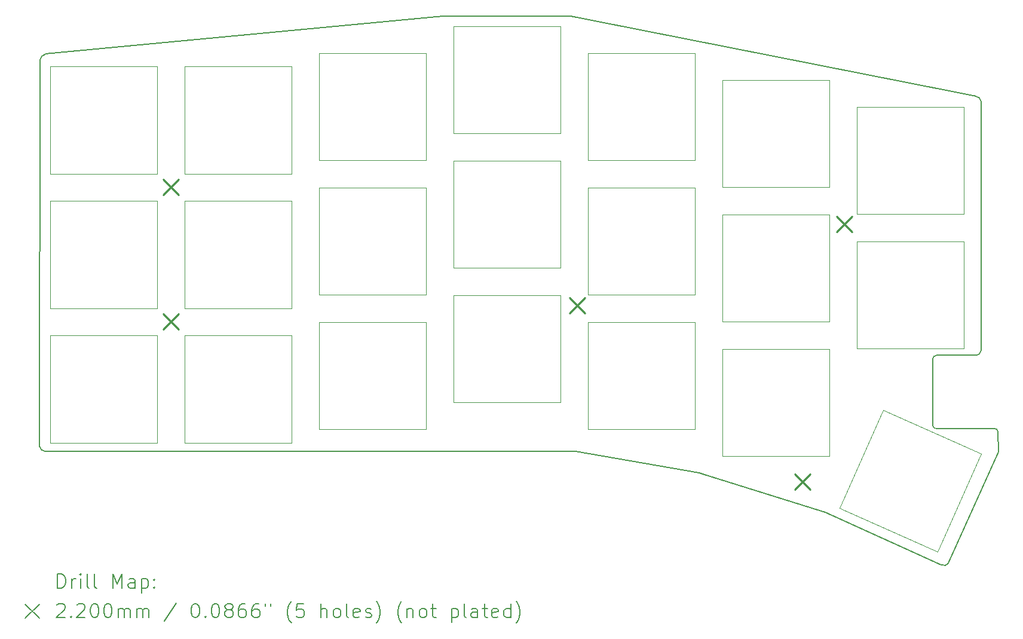
<source format=gbr>
%TF.GenerationSoftware,KiCad,Pcbnew,8.0.0*%
%TF.CreationDate,2024-03-14T17:28:00+09:00*%
%TF.ProjectId,Pinky3,50696e6b-7933-42e6-9b69-6361645f7063,0.3*%
%TF.SameCoordinates,Original*%
%TF.FileFunction,Drillmap*%
%TF.FilePolarity,Positive*%
%FSLAX45Y45*%
G04 Gerber Fmt 4.5, Leading zero omitted, Abs format (unit mm)*
G04 Created by KiCad (PCBNEW 8.0.0) date 2024-03-14 17:28:00*
%MOMM*%
%LPD*%
G01*
G04 APERTURE LIST*
%ADD10C,0.150000*%
%ADD11C,0.120000*%
%ADD12C,0.200000*%
%ADD13C,0.220000*%
G04 APERTURE END LIST*
D10*
X16745566Y-10292916D02*
G75*
G02*
X16806539Y-10237189I60974J-5495D01*
G01*
X17432164Y-10168047D02*
G75*
G02*
X17362164Y-10238044I-70004J7D01*
G01*
X16745566Y-10292916D02*
X16748447Y-11229394D01*
X4095353Y-11525636D02*
X4100000Y-6050000D01*
X13435630Y-11905621D02*
X13515630Y-11925621D01*
X17433201Y-6638736D02*
X17432164Y-10168047D01*
X17673201Y-11320941D02*
X17676238Y-11605465D01*
X13515630Y-11925621D02*
X15221595Y-12459117D01*
X11605353Y-11595636D02*
X11705353Y-11595636D01*
X11620000Y-5430000D02*
X17364032Y-6567720D01*
X16971237Y-13182846D02*
X17676238Y-11605465D01*
X16799797Y-10238179D02*
X17362164Y-10238047D01*
X17622454Y-11275160D02*
G75*
G02*
X17673203Y-11320941I4726J-45780D01*
G01*
X15221595Y-12459117D02*
X16871237Y-13202846D01*
X4165353Y-11595636D02*
G75*
G02*
X4095354Y-11525636I-3J69996D01*
G01*
X16802625Y-11274946D02*
X17624265Y-11274946D01*
X9810000Y-5430000D02*
X11620000Y-5430000D01*
X11605353Y-11595636D02*
X4165353Y-11595636D01*
X16971236Y-13182846D02*
G75*
G02*
X16871239Y-13202842I-59996J39996D01*
G01*
X16799193Y-11275174D02*
G75*
G02*
X16748443Y-11229394I-4723J45784D01*
G01*
X4180000Y-5970000D02*
X9810000Y-5430000D01*
X11685630Y-11595621D02*
X13435630Y-11905621D01*
X17363270Y-6568745D02*
G75*
G02*
X17433203Y-6638736I-10070J-79995D01*
G01*
X4099415Y-6053186D02*
G75*
G02*
X4180000Y-5970000I100585J-16814D01*
G01*
D11*
X5760000Y-7665000D02*
X5760000Y-6145000D01*
X5760000Y-6145000D02*
X4240000Y-6145000D01*
X4240000Y-7665000D02*
X5760000Y-7665000D01*
X4240000Y-6145000D02*
X4240000Y-7665000D01*
X5760000Y-9570000D02*
X5760000Y-8050000D01*
X5760000Y-8050000D02*
X4240000Y-8050000D01*
X4240000Y-9570000D02*
X5760000Y-9570000D01*
X4240000Y-8050000D02*
X4240000Y-9570000D01*
X5760000Y-11475000D02*
X5760000Y-9955000D01*
X5760000Y-9955000D02*
X4240000Y-9955000D01*
X4240000Y-11475000D02*
X5760000Y-11475000D01*
X4240000Y-9955000D02*
X4240000Y-11475000D01*
X7665000Y-7665000D02*
X7665000Y-6145000D01*
X7665000Y-6145000D02*
X6145000Y-6145000D01*
X6145000Y-7665000D02*
X7665000Y-7665000D01*
X6145000Y-6145000D02*
X6145000Y-7665000D01*
X7665000Y-9570000D02*
X7665000Y-8050000D01*
X7665000Y-8050000D02*
X6145000Y-8050000D01*
X6145000Y-9570000D02*
X7665000Y-9570000D01*
X6145000Y-8050000D02*
X6145000Y-9570000D01*
X7665000Y-11475000D02*
X7665000Y-9955000D01*
X7665000Y-9955000D02*
X6145000Y-9955000D01*
X6145000Y-11475000D02*
X7665000Y-11475000D01*
X6145000Y-9955000D02*
X6145000Y-11475000D01*
X9570000Y-7474500D02*
X9570000Y-5954500D01*
X9570000Y-5954500D02*
X8050000Y-5954500D01*
X8050000Y-7474500D02*
X9570000Y-7474500D01*
X8050000Y-5954500D02*
X8050000Y-7474500D01*
X9570000Y-9379500D02*
X9570000Y-7859500D01*
X9570000Y-7859500D02*
X8050000Y-7859500D01*
X8050000Y-9379500D02*
X9570000Y-9379500D01*
X8050000Y-7859500D02*
X8050000Y-9379500D01*
X9570000Y-11284500D02*
X9570000Y-9764500D01*
X9570000Y-9764500D02*
X8050000Y-9764500D01*
X8050000Y-11284500D02*
X9570000Y-11284500D01*
X8050000Y-9764500D02*
X8050000Y-11284500D01*
X11475000Y-7093500D02*
X11475000Y-5573500D01*
X11475000Y-5573500D02*
X9955000Y-5573500D01*
X9955000Y-7093500D02*
X11475000Y-7093500D01*
X9955000Y-5573500D02*
X9955000Y-7093500D01*
X11475000Y-8998500D02*
X11475000Y-7478500D01*
X11475000Y-7478500D02*
X9955000Y-7478500D01*
X9955000Y-8998500D02*
X11475000Y-8998500D01*
X9955000Y-7478500D02*
X9955000Y-8998500D01*
X11475000Y-10903500D02*
X11475000Y-9383500D01*
X11475000Y-9383500D02*
X9955000Y-9383500D01*
X9955000Y-10903500D02*
X11475000Y-10903500D01*
X9955000Y-9383500D02*
X9955000Y-10903500D01*
X13380000Y-7474500D02*
X13380000Y-5954500D01*
X13380000Y-5954500D02*
X11860000Y-5954500D01*
X11860000Y-7474500D02*
X13380000Y-7474500D01*
X11860000Y-5954500D02*
X11860000Y-7474500D01*
X13380000Y-9379500D02*
X13380000Y-7859500D01*
X13380000Y-7859500D02*
X11860000Y-7859500D01*
X11860000Y-9379500D02*
X13380000Y-9379500D01*
X11860000Y-7859500D02*
X11860000Y-9379500D01*
X13380000Y-11284500D02*
X13380000Y-9764500D01*
X13380000Y-9764500D02*
X11860000Y-9764500D01*
X11860000Y-11284500D02*
X13380000Y-11284500D01*
X11860000Y-9764500D02*
X11860000Y-11284500D01*
X15285000Y-7855500D02*
X15285000Y-6335500D01*
X15285000Y-6335500D02*
X13765000Y-6335500D01*
X13765000Y-7855500D02*
X15285000Y-7855500D01*
X13765000Y-6335500D02*
X13765000Y-7855500D01*
X15285000Y-9760500D02*
X15285000Y-8240500D01*
X15285000Y-8240500D02*
X13765000Y-8240500D01*
X13765000Y-9760500D02*
X15285000Y-9760500D01*
X13765000Y-8240500D02*
X13765000Y-9760500D01*
X15285000Y-11665500D02*
X15285000Y-10145500D01*
X15285000Y-10145500D02*
X13765000Y-10145500D01*
X13765000Y-11665500D02*
X15285000Y-11665500D01*
X13765000Y-10145500D02*
X13765000Y-11665500D01*
X17190000Y-8236500D02*
X17190000Y-6716500D01*
X17190000Y-6716500D02*
X15670000Y-6716500D01*
X15670000Y-8236500D02*
X17190000Y-8236500D01*
X15670000Y-6716500D02*
X15670000Y-8236500D01*
X17190000Y-10141500D02*
X17190000Y-8621500D01*
X17190000Y-8621500D02*
X15670000Y-8621500D01*
X15670000Y-10141500D02*
X17190000Y-10141500D01*
X15670000Y-8621500D02*
X15670000Y-10141500D01*
X16814656Y-13018786D02*
X17432896Y-11630197D01*
X17432896Y-11630197D02*
X16044307Y-11011957D01*
X15426067Y-12400546D02*
X16814656Y-13018786D01*
X16044307Y-11011957D02*
X15426067Y-12400546D01*
X6145000Y-8050000D02*
X7665000Y-8050000D01*
X6145000Y-9570000D02*
X6145000Y-8050000D01*
X7665000Y-8050000D02*
X7665000Y-9570000D01*
X7665000Y-9570000D02*
X6145000Y-9570000D01*
X11860000Y-9764500D02*
X13380000Y-9764500D01*
X11860000Y-11284500D02*
X11860000Y-9764500D01*
X13380000Y-9764500D02*
X13380000Y-11284500D01*
X13380000Y-11284500D02*
X11860000Y-11284500D01*
X13765000Y-10145500D02*
X15285000Y-10145500D01*
X13765000Y-11665500D02*
X13765000Y-10145500D01*
X15285000Y-10145500D02*
X15285000Y-11665500D01*
X15285000Y-11665500D02*
X13765000Y-11665500D01*
X6145000Y-9955000D02*
X7665000Y-9955000D01*
X6145000Y-11475000D02*
X6145000Y-9955000D01*
X7665000Y-9955000D02*
X7665000Y-11475000D01*
X7665000Y-11475000D02*
X6145000Y-11475000D01*
X4240000Y-6145000D02*
X5760000Y-6145000D01*
X4240000Y-7665000D02*
X4240000Y-6145000D01*
X5760000Y-6145000D02*
X5760000Y-7665000D01*
X5760000Y-7665000D02*
X4240000Y-7665000D01*
X8050000Y-5954500D02*
X9570000Y-5954500D01*
X8050000Y-7474500D02*
X8050000Y-5954500D01*
X9570000Y-5954500D02*
X9570000Y-7474500D01*
X9570000Y-7474500D02*
X8050000Y-7474500D01*
X11860000Y-7859500D02*
X13380000Y-7859500D01*
X11860000Y-9379500D02*
X11860000Y-7859500D01*
X13380000Y-7859500D02*
X13380000Y-9379500D01*
X13380000Y-9379500D02*
X11860000Y-9379500D01*
X15670000Y-6716500D02*
X17190000Y-6716500D01*
X15670000Y-8236500D02*
X15670000Y-6716500D01*
X17190000Y-6716500D02*
X17190000Y-8236500D01*
X17190000Y-8236500D02*
X15670000Y-8236500D01*
X11860000Y-5954500D02*
X13380000Y-5954500D01*
X11860000Y-7474500D02*
X11860000Y-5954500D01*
X13380000Y-5954500D02*
X13380000Y-7474500D01*
X13380000Y-7474500D02*
X11860000Y-7474500D01*
X8050000Y-9764500D02*
X9570000Y-9764500D01*
X8050000Y-11284500D02*
X8050000Y-9764500D01*
X9570000Y-9764500D02*
X9570000Y-11284500D01*
X9570000Y-11284500D02*
X8050000Y-11284500D01*
X6145000Y-6145000D02*
X7665000Y-6145000D01*
X6145000Y-7665000D02*
X6145000Y-6145000D01*
X7665000Y-6145000D02*
X7665000Y-7665000D01*
X7665000Y-7665000D02*
X6145000Y-7665000D01*
X9955000Y-7478500D02*
X11475000Y-7478500D01*
X9955000Y-8998500D02*
X9955000Y-7478500D01*
X11475000Y-7478500D02*
X11475000Y-8998500D01*
X11475000Y-8998500D02*
X9955000Y-8998500D01*
X13765000Y-6335500D02*
X15285000Y-6335500D01*
X13765000Y-7855500D02*
X13765000Y-6335500D01*
X15285000Y-6335500D02*
X15285000Y-7855500D01*
X15285000Y-7855500D02*
X13765000Y-7855500D01*
X9955000Y-9383500D02*
X11475000Y-9383500D01*
X9955000Y-10903500D02*
X9955000Y-9383500D01*
X11475000Y-9383500D02*
X11475000Y-10903500D01*
X11475000Y-10903500D02*
X9955000Y-10903500D01*
X4240000Y-9955000D02*
X5760000Y-9955000D01*
X4240000Y-11475000D02*
X4240000Y-9955000D01*
X5760000Y-9955000D02*
X5760000Y-11475000D01*
X5760000Y-11475000D02*
X4240000Y-11475000D01*
X13765000Y-8240500D02*
X15285000Y-8240500D01*
X13765000Y-9760500D02*
X13765000Y-8240500D01*
X15285000Y-8240500D02*
X15285000Y-9760500D01*
X15285000Y-9760500D02*
X13765000Y-9760500D01*
X15670000Y-8621500D02*
X17190000Y-8621500D01*
X15670000Y-10141500D02*
X15670000Y-8621500D01*
X17190000Y-8621500D02*
X17190000Y-10141500D01*
X17190000Y-10141500D02*
X15670000Y-10141500D01*
X16814656Y-13018786D02*
X15426067Y-12400546D01*
X17432896Y-11630197D02*
X16814656Y-13018786D01*
X15426067Y-12400546D02*
X16044307Y-11011957D01*
X16044307Y-11011957D02*
X17432896Y-11630197D01*
X9955000Y-5573500D02*
X11475000Y-5573500D01*
X9955000Y-7093500D02*
X9955000Y-5573500D01*
X11475000Y-5573500D02*
X11475000Y-7093500D01*
X11475000Y-7093500D02*
X9955000Y-7093500D01*
X8050000Y-7859500D02*
X9570000Y-7859500D01*
X8050000Y-9379500D02*
X8050000Y-7859500D01*
X9570000Y-7859500D02*
X9570000Y-9379500D01*
X9570000Y-9379500D02*
X8050000Y-9379500D01*
X4240000Y-8050000D02*
X5760000Y-8050000D01*
X4240000Y-9570000D02*
X4240000Y-8050000D01*
X5760000Y-8050000D02*
X5760000Y-9570000D01*
X5760000Y-9570000D02*
X4240000Y-9570000D01*
D12*
D13*
X5840000Y-7745000D02*
X6060000Y-7965000D01*
X6060000Y-7745000D02*
X5840000Y-7965000D01*
X5840000Y-9650000D02*
X6060000Y-9870000D01*
X6060000Y-9650000D02*
X5840000Y-9870000D01*
X11597761Y-9422352D02*
X11817761Y-9642352D01*
X11817761Y-9422352D02*
X11597761Y-9642352D01*
X14790000Y-11920000D02*
X15010000Y-12140000D01*
X15010000Y-11920000D02*
X14790000Y-12140000D01*
X15384000Y-8272000D02*
X15604000Y-8492000D01*
X15604000Y-8272000D02*
X15384000Y-8492000D01*
D12*
X4348630Y-13533939D02*
X4348630Y-13333939D01*
X4348630Y-13333939D02*
X4396249Y-13333939D01*
X4396249Y-13333939D02*
X4424820Y-13343463D01*
X4424820Y-13343463D02*
X4443868Y-13362511D01*
X4443868Y-13362511D02*
X4453392Y-13381558D01*
X4453392Y-13381558D02*
X4462915Y-13419654D01*
X4462915Y-13419654D02*
X4462915Y-13448225D01*
X4462915Y-13448225D02*
X4453392Y-13486320D01*
X4453392Y-13486320D02*
X4443868Y-13505368D01*
X4443868Y-13505368D02*
X4424820Y-13524416D01*
X4424820Y-13524416D02*
X4396249Y-13533939D01*
X4396249Y-13533939D02*
X4348630Y-13533939D01*
X4548630Y-13533939D02*
X4548630Y-13400606D01*
X4548630Y-13438701D02*
X4558153Y-13419654D01*
X4558153Y-13419654D02*
X4567677Y-13410130D01*
X4567677Y-13410130D02*
X4586725Y-13400606D01*
X4586725Y-13400606D02*
X4605773Y-13400606D01*
X4672439Y-13533939D02*
X4672439Y-13400606D01*
X4672439Y-13333939D02*
X4662915Y-13343463D01*
X4662915Y-13343463D02*
X4672439Y-13352987D01*
X4672439Y-13352987D02*
X4681963Y-13343463D01*
X4681963Y-13343463D02*
X4672439Y-13333939D01*
X4672439Y-13333939D02*
X4672439Y-13352987D01*
X4796249Y-13533939D02*
X4777201Y-13524416D01*
X4777201Y-13524416D02*
X4767677Y-13505368D01*
X4767677Y-13505368D02*
X4767677Y-13333939D01*
X4901011Y-13533939D02*
X4881963Y-13524416D01*
X4881963Y-13524416D02*
X4872439Y-13505368D01*
X4872439Y-13505368D02*
X4872439Y-13333939D01*
X5129582Y-13533939D02*
X5129582Y-13333939D01*
X5129582Y-13333939D02*
X5196249Y-13476797D01*
X5196249Y-13476797D02*
X5262915Y-13333939D01*
X5262915Y-13333939D02*
X5262915Y-13533939D01*
X5443868Y-13533939D02*
X5443868Y-13429178D01*
X5443868Y-13429178D02*
X5434344Y-13410130D01*
X5434344Y-13410130D02*
X5415296Y-13400606D01*
X5415296Y-13400606D02*
X5377201Y-13400606D01*
X5377201Y-13400606D02*
X5358153Y-13410130D01*
X5443868Y-13524416D02*
X5424820Y-13533939D01*
X5424820Y-13533939D02*
X5377201Y-13533939D01*
X5377201Y-13533939D02*
X5358153Y-13524416D01*
X5358153Y-13524416D02*
X5348630Y-13505368D01*
X5348630Y-13505368D02*
X5348630Y-13486320D01*
X5348630Y-13486320D02*
X5358153Y-13467273D01*
X5358153Y-13467273D02*
X5377201Y-13457749D01*
X5377201Y-13457749D02*
X5424820Y-13457749D01*
X5424820Y-13457749D02*
X5443868Y-13448225D01*
X5539106Y-13400606D02*
X5539106Y-13600606D01*
X5539106Y-13410130D02*
X5558153Y-13400606D01*
X5558153Y-13400606D02*
X5596249Y-13400606D01*
X5596249Y-13400606D02*
X5615296Y-13410130D01*
X5615296Y-13410130D02*
X5624820Y-13419654D01*
X5624820Y-13419654D02*
X5634344Y-13438701D01*
X5634344Y-13438701D02*
X5634344Y-13495844D01*
X5634344Y-13495844D02*
X5624820Y-13514892D01*
X5624820Y-13514892D02*
X5615296Y-13524416D01*
X5615296Y-13524416D02*
X5596249Y-13533939D01*
X5596249Y-13533939D02*
X5558153Y-13533939D01*
X5558153Y-13533939D02*
X5539106Y-13524416D01*
X5720058Y-13514892D02*
X5729582Y-13524416D01*
X5729582Y-13524416D02*
X5720058Y-13533939D01*
X5720058Y-13533939D02*
X5710534Y-13524416D01*
X5710534Y-13524416D02*
X5720058Y-13514892D01*
X5720058Y-13514892D02*
X5720058Y-13533939D01*
X5720058Y-13410130D02*
X5729582Y-13419654D01*
X5729582Y-13419654D02*
X5720058Y-13429178D01*
X5720058Y-13429178D02*
X5710534Y-13419654D01*
X5710534Y-13419654D02*
X5720058Y-13410130D01*
X5720058Y-13410130D02*
X5720058Y-13429178D01*
X3887853Y-13762456D02*
X4087853Y-13962456D01*
X4087853Y-13762456D02*
X3887853Y-13962456D01*
X4339106Y-13772987D02*
X4348630Y-13763463D01*
X4348630Y-13763463D02*
X4367677Y-13753939D01*
X4367677Y-13753939D02*
X4415296Y-13753939D01*
X4415296Y-13753939D02*
X4434344Y-13763463D01*
X4434344Y-13763463D02*
X4443868Y-13772987D01*
X4443868Y-13772987D02*
X4453392Y-13792035D01*
X4453392Y-13792035D02*
X4453392Y-13811082D01*
X4453392Y-13811082D02*
X4443868Y-13839654D01*
X4443868Y-13839654D02*
X4329582Y-13953939D01*
X4329582Y-13953939D02*
X4453392Y-13953939D01*
X4539106Y-13934892D02*
X4548630Y-13944416D01*
X4548630Y-13944416D02*
X4539106Y-13953939D01*
X4539106Y-13953939D02*
X4529582Y-13944416D01*
X4529582Y-13944416D02*
X4539106Y-13934892D01*
X4539106Y-13934892D02*
X4539106Y-13953939D01*
X4624820Y-13772987D02*
X4634344Y-13763463D01*
X4634344Y-13763463D02*
X4653392Y-13753939D01*
X4653392Y-13753939D02*
X4701011Y-13753939D01*
X4701011Y-13753939D02*
X4720058Y-13763463D01*
X4720058Y-13763463D02*
X4729582Y-13772987D01*
X4729582Y-13772987D02*
X4739106Y-13792035D01*
X4739106Y-13792035D02*
X4739106Y-13811082D01*
X4739106Y-13811082D02*
X4729582Y-13839654D01*
X4729582Y-13839654D02*
X4615296Y-13953939D01*
X4615296Y-13953939D02*
X4739106Y-13953939D01*
X4862915Y-13753939D02*
X4881963Y-13753939D01*
X4881963Y-13753939D02*
X4901011Y-13763463D01*
X4901011Y-13763463D02*
X4910534Y-13772987D01*
X4910534Y-13772987D02*
X4920058Y-13792035D01*
X4920058Y-13792035D02*
X4929582Y-13830130D01*
X4929582Y-13830130D02*
X4929582Y-13877749D01*
X4929582Y-13877749D02*
X4920058Y-13915844D01*
X4920058Y-13915844D02*
X4910534Y-13934892D01*
X4910534Y-13934892D02*
X4901011Y-13944416D01*
X4901011Y-13944416D02*
X4881963Y-13953939D01*
X4881963Y-13953939D02*
X4862915Y-13953939D01*
X4862915Y-13953939D02*
X4843868Y-13944416D01*
X4843868Y-13944416D02*
X4834344Y-13934892D01*
X4834344Y-13934892D02*
X4824820Y-13915844D01*
X4824820Y-13915844D02*
X4815296Y-13877749D01*
X4815296Y-13877749D02*
X4815296Y-13830130D01*
X4815296Y-13830130D02*
X4824820Y-13792035D01*
X4824820Y-13792035D02*
X4834344Y-13772987D01*
X4834344Y-13772987D02*
X4843868Y-13763463D01*
X4843868Y-13763463D02*
X4862915Y-13753939D01*
X5053392Y-13753939D02*
X5072439Y-13753939D01*
X5072439Y-13753939D02*
X5091487Y-13763463D01*
X5091487Y-13763463D02*
X5101011Y-13772987D01*
X5101011Y-13772987D02*
X5110534Y-13792035D01*
X5110534Y-13792035D02*
X5120058Y-13830130D01*
X5120058Y-13830130D02*
X5120058Y-13877749D01*
X5120058Y-13877749D02*
X5110534Y-13915844D01*
X5110534Y-13915844D02*
X5101011Y-13934892D01*
X5101011Y-13934892D02*
X5091487Y-13944416D01*
X5091487Y-13944416D02*
X5072439Y-13953939D01*
X5072439Y-13953939D02*
X5053392Y-13953939D01*
X5053392Y-13953939D02*
X5034344Y-13944416D01*
X5034344Y-13944416D02*
X5024820Y-13934892D01*
X5024820Y-13934892D02*
X5015296Y-13915844D01*
X5015296Y-13915844D02*
X5005773Y-13877749D01*
X5005773Y-13877749D02*
X5005773Y-13830130D01*
X5005773Y-13830130D02*
X5015296Y-13792035D01*
X5015296Y-13792035D02*
X5024820Y-13772987D01*
X5024820Y-13772987D02*
X5034344Y-13763463D01*
X5034344Y-13763463D02*
X5053392Y-13753939D01*
X5205773Y-13953939D02*
X5205773Y-13820606D01*
X5205773Y-13839654D02*
X5215296Y-13830130D01*
X5215296Y-13830130D02*
X5234344Y-13820606D01*
X5234344Y-13820606D02*
X5262915Y-13820606D01*
X5262915Y-13820606D02*
X5281963Y-13830130D01*
X5281963Y-13830130D02*
X5291487Y-13849178D01*
X5291487Y-13849178D02*
X5291487Y-13953939D01*
X5291487Y-13849178D02*
X5301011Y-13830130D01*
X5301011Y-13830130D02*
X5320058Y-13820606D01*
X5320058Y-13820606D02*
X5348630Y-13820606D01*
X5348630Y-13820606D02*
X5367677Y-13830130D01*
X5367677Y-13830130D02*
X5377201Y-13849178D01*
X5377201Y-13849178D02*
X5377201Y-13953939D01*
X5472439Y-13953939D02*
X5472439Y-13820606D01*
X5472439Y-13839654D02*
X5481963Y-13830130D01*
X5481963Y-13830130D02*
X5501011Y-13820606D01*
X5501011Y-13820606D02*
X5529582Y-13820606D01*
X5529582Y-13820606D02*
X5548630Y-13830130D01*
X5548630Y-13830130D02*
X5558154Y-13849178D01*
X5558154Y-13849178D02*
X5558154Y-13953939D01*
X5558154Y-13849178D02*
X5567677Y-13830130D01*
X5567677Y-13830130D02*
X5586725Y-13820606D01*
X5586725Y-13820606D02*
X5615296Y-13820606D01*
X5615296Y-13820606D02*
X5634344Y-13830130D01*
X5634344Y-13830130D02*
X5643868Y-13849178D01*
X5643868Y-13849178D02*
X5643868Y-13953939D01*
X6034344Y-13744416D02*
X5862915Y-14001558D01*
X6291487Y-13753939D02*
X6310535Y-13753939D01*
X6310535Y-13753939D02*
X6329582Y-13763463D01*
X6329582Y-13763463D02*
X6339106Y-13772987D01*
X6339106Y-13772987D02*
X6348630Y-13792035D01*
X6348630Y-13792035D02*
X6358154Y-13830130D01*
X6358154Y-13830130D02*
X6358154Y-13877749D01*
X6358154Y-13877749D02*
X6348630Y-13915844D01*
X6348630Y-13915844D02*
X6339106Y-13934892D01*
X6339106Y-13934892D02*
X6329582Y-13944416D01*
X6329582Y-13944416D02*
X6310535Y-13953939D01*
X6310535Y-13953939D02*
X6291487Y-13953939D01*
X6291487Y-13953939D02*
X6272439Y-13944416D01*
X6272439Y-13944416D02*
X6262915Y-13934892D01*
X6262915Y-13934892D02*
X6253392Y-13915844D01*
X6253392Y-13915844D02*
X6243868Y-13877749D01*
X6243868Y-13877749D02*
X6243868Y-13830130D01*
X6243868Y-13830130D02*
X6253392Y-13792035D01*
X6253392Y-13792035D02*
X6262915Y-13772987D01*
X6262915Y-13772987D02*
X6272439Y-13763463D01*
X6272439Y-13763463D02*
X6291487Y-13753939D01*
X6443868Y-13934892D02*
X6453392Y-13944416D01*
X6453392Y-13944416D02*
X6443868Y-13953939D01*
X6443868Y-13953939D02*
X6434344Y-13944416D01*
X6434344Y-13944416D02*
X6443868Y-13934892D01*
X6443868Y-13934892D02*
X6443868Y-13953939D01*
X6577201Y-13753939D02*
X6596249Y-13753939D01*
X6596249Y-13753939D02*
X6615296Y-13763463D01*
X6615296Y-13763463D02*
X6624820Y-13772987D01*
X6624820Y-13772987D02*
X6634344Y-13792035D01*
X6634344Y-13792035D02*
X6643868Y-13830130D01*
X6643868Y-13830130D02*
X6643868Y-13877749D01*
X6643868Y-13877749D02*
X6634344Y-13915844D01*
X6634344Y-13915844D02*
X6624820Y-13934892D01*
X6624820Y-13934892D02*
X6615296Y-13944416D01*
X6615296Y-13944416D02*
X6596249Y-13953939D01*
X6596249Y-13953939D02*
X6577201Y-13953939D01*
X6577201Y-13953939D02*
X6558154Y-13944416D01*
X6558154Y-13944416D02*
X6548630Y-13934892D01*
X6548630Y-13934892D02*
X6539106Y-13915844D01*
X6539106Y-13915844D02*
X6529582Y-13877749D01*
X6529582Y-13877749D02*
X6529582Y-13830130D01*
X6529582Y-13830130D02*
X6539106Y-13792035D01*
X6539106Y-13792035D02*
X6548630Y-13772987D01*
X6548630Y-13772987D02*
X6558154Y-13763463D01*
X6558154Y-13763463D02*
X6577201Y-13753939D01*
X6758154Y-13839654D02*
X6739106Y-13830130D01*
X6739106Y-13830130D02*
X6729582Y-13820606D01*
X6729582Y-13820606D02*
X6720058Y-13801558D01*
X6720058Y-13801558D02*
X6720058Y-13792035D01*
X6720058Y-13792035D02*
X6729582Y-13772987D01*
X6729582Y-13772987D02*
X6739106Y-13763463D01*
X6739106Y-13763463D02*
X6758154Y-13753939D01*
X6758154Y-13753939D02*
X6796249Y-13753939D01*
X6796249Y-13753939D02*
X6815296Y-13763463D01*
X6815296Y-13763463D02*
X6824820Y-13772987D01*
X6824820Y-13772987D02*
X6834344Y-13792035D01*
X6834344Y-13792035D02*
X6834344Y-13801558D01*
X6834344Y-13801558D02*
X6824820Y-13820606D01*
X6824820Y-13820606D02*
X6815296Y-13830130D01*
X6815296Y-13830130D02*
X6796249Y-13839654D01*
X6796249Y-13839654D02*
X6758154Y-13839654D01*
X6758154Y-13839654D02*
X6739106Y-13849178D01*
X6739106Y-13849178D02*
X6729582Y-13858701D01*
X6729582Y-13858701D02*
X6720058Y-13877749D01*
X6720058Y-13877749D02*
X6720058Y-13915844D01*
X6720058Y-13915844D02*
X6729582Y-13934892D01*
X6729582Y-13934892D02*
X6739106Y-13944416D01*
X6739106Y-13944416D02*
X6758154Y-13953939D01*
X6758154Y-13953939D02*
X6796249Y-13953939D01*
X6796249Y-13953939D02*
X6815296Y-13944416D01*
X6815296Y-13944416D02*
X6824820Y-13934892D01*
X6824820Y-13934892D02*
X6834344Y-13915844D01*
X6834344Y-13915844D02*
X6834344Y-13877749D01*
X6834344Y-13877749D02*
X6824820Y-13858701D01*
X6824820Y-13858701D02*
X6815296Y-13849178D01*
X6815296Y-13849178D02*
X6796249Y-13839654D01*
X7005773Y-13753939D02*
X6967677Y-13753939D01*
X6967677Y-13753939D02*
X6948630Y-13763463D01*
X6948630Y-13763463D02*
X6939106Y-13772987D01*
X6939106Y-13772987D02*
X6920058Y-13801558D01*
X6920058Y-13801558D02*
X6910535Y-13839654D01*
X6910535Y-13839654D02*
X6910535Y-13915844D01*
X6910535Y-13915844D02*
X6920058Y-13934892D01*
X6920058Y-13934892D02*
X6929582Y-13944416D01*
X6929582Y-13944416D02*
X6948630Y-13953939D01*
X6948630Y-13953939D02*
X6986725Y-13953939D01*
X6986725Y-13953939D02*
X7005773Y-13944416D01*
X7005773Y-13944416D02*
X7015296Y-13934892D01*
X7015296Y-13934892D02*
X7024820Y-13915844D01*
X7024820Y-13915844D02*
X7024820Y-13868225D01*
X7024820Y-13868225D02*
X7015296Y-13849178D01*
X7015296Y-13849178D02*
X7005773Y-13839654D01*
X7005773Y-13839654D02*
X6986725Y-13830130D01*
X6986725Y-13830130D02*
X6948630Y-13830130D01*
X6948630Y-13830130D02*
X6929582Y-13839654D01*
X6929582Y-13839654D02*
X6920058Y-13849178D01*
X6920058Y-13849178D02*
X6910535Y-13868225D01*
X7196249Y-13753939D02*
X7158154Y-13753939D01*
X7158154Y-13753939D02*
X7139106Y-13763463D01*
X7139106Y-13763463D02*
X7129582Y-13772987D01*
X7129582Y-13772987D02*
X7110535Y-13801558D01*
X7110535Y-13801558D02*
X7101011Y-13839654D01*
X7101011Y-13839654D02*
X7101011Y-13915844D01*
X7101011Y-13915844D02*
X7110535Y-13934892D01*
X7110535Y-13934892D02*
X7120058Y-13944416D01*
X7120058Y-13944416D02*
X7139106Y-13953939D01*
X7139106Y-13953939D02*
X7177201Y-13953939D01*
X7177201Y-13953939D02*
X7196249Y-13944416D01*
X7196249Y-13944416D02*
X7205773Y-13934892D01*
X7205773Y-13934892D02*
X7215296Y-13915844D01*
X7215296Y-13915844D02*
X7215296Y-13868225D01*
X7215296Y-13868225D02*
X7205773Y-13849178D01*
X7205773Y-13849178D02*
X7196249Y-13839654D01*
X7196249Y-13839654D02*
X7177201Y-13830130D01*
X7177201Y-13830130D02*
X7139106Y-13830130D01*
X7139106Y-13830130D02*
X7120058Y-13839654D01*
X7120058Y-13839654D02*
X7110535Y-13849178D01*
X7110535Y-13849178D02*
X7101011Y-13868225D01*
X7291487Y-13753939D02*
X7291487Y-13792035D01*
X7367677Y-13753939D02*
X7367677Y-13792035D01*
X7662916Y-14030130D02*
X7653392Y-14020606D01*
X7653392Y-14020606D02*
X7634344Y-13992035D01*
X7634344Y-13992035D02*
X7624820Y-13972987D01*
X7624820Y-13972987D02*
X7615297Y-13944416D01*
X7615297Y-13944416D02*
X7605773Y-13896797D01*
X7605773Y-13896797D02*
X7605773Y-13858701D01*
X7605773Y-13858701D02*
X7615297Y-13811082D01*
X7615297Y-13811082D02*
X7624820Y-13782511D01*
X7624820Y-13782511D02*
X7634344Y-13763463D01*
X7634344Y-13763463D02*
X7653392Y-13734892D01*
X7653392Y-13734892D02*
X7662916Y-13725368D01*
X7834344Y-13753939D02*
X7739106Y-13753939D01*
X7739106Y-13753939D02*
X7729582Y-13849178D01*
X7729582Y-13849178D02*
X7739106Y-13839654D01*
X7739106Y-13839654D02*
X7758154Y-13830130D01*
X7758154Y-13830130D02*
X7805773Y-13830130D01*
X7805773Y-13830130D02*
X7824820Y-13839654D01*
X7824820Y-13839654D02*
X7834344Y-13849178D01*
X7834344Y-13849178D02*
X7843868Y-13868225D01*
X7843868Y-13868225D02*
X7843868Y-13915844D01*
X7843868Y-13915844D02*
X7834344Y-13934892D01*
X7834344Y-13934892D02*
X7824820Y-13944416D01*
X7824820Y-13944416D02*
X7805773Y-13953939D01*
X7805773Y-13953939D02*
X7758154Y-13953939D01*
X7758154Y-13953939D02*
X7739106Y-13944416D01*
X7739106Y-13944416D02*
X7729582Y-13934892D01*
X8081963Y-13953939D02*
X8081963Y-13753939D01*
X8167678Y-13953939D02*
X8167678Y-13849178D01*
X8167678Y-13849178D02*
X8158154Y-13830130D01*
X8158154Y-13830130D02*
X8139106Y-13820606D01*
X8139106Y-13820606D02*
X8110535Y-13820606D01*
X8110535Y-13820606D02*
X8091487Y-13830130D01*
X8091487Y-13830130D02*
X8081963Y-13839654D01*
X8291487Y-13953939D02*
X8272439Y-13944416D01*
X8272439Y-13944416D02*
X8262916Y-13934892D01*
X8262916Y-13934892D02*
X8253392Y-13915844D01*
X8253392Y-13915844D02*
X8253392Y-13858701D01*
X8253392Y-13858701D02*
X8262916Y-13839654D01*
X8262916Y-13839654D02*
X8272439Y-13830130D01*
X8272439Y-13830130D02*
X8291487Y-13820606D01*
X8291487Y-13820606D02*
X8320059Y-13820606D01*
X8320059Y-13820606D02*
X8339106Y-13830130D01*
X8339106Y-13830130D02*
X8348630Y-13839654D01*
X8348630Y-13839654D02*
X8358154Y-13858701D01*
X8358154Y-13858701D02*
X8358154Y-13915844D01*
X8358154Y-13915844D02*
X8348630Y-13934892D01*
X8348630Y-13934892D02*
X8339106Y-13944416D01*
X8339106Y-13944416D02*
X8320059Y-13953939D01*
X8320059Y-13953939D02*
X8291487Y-13953939D01*
X8472440Y-13953939D02*
X8453392Y-13944416D01*
X8453392Y-13944416D02*
X8443868Y-13925368D01*
X8443868Y-13925368D02*
X8443868Y-13753939D01*
X8624821Y-13944416D02*
X8605773Y-13953939D01*
X8605773Y-13953939D02*
X8567678Y-13953939D01*
X8567678Y-13953939D02*
X8548630Y-13944416D01*
X8548630Y-13944416D02*
X8539106Y-13925368D01*
X8539106Y-13925368D02*
X8539106Y-13849178D01*
X8539106Y-13849178D02*
X8548630Y-13830130D01*
X8548630Y-13830130D02*
X8567678Y-13820606D01*
X8567678Y-13820606D02*
X8605773Y-13820606D01*
X8605773Y-13820606D02*
X8624821Y-13830130D01*
X8624821Y-13830130D02*
X8634344Y-13849178D01*
X8634344Y-13849178D02*
X8634344Y-13868225D01*
X8634344Y-13868225D02*
X8539106Y-13887273D01*
X8710535Y-13944416D02*
X8729582Y-13953939D01*
X8729582Y-13953939D02*
X8767678Y-13953939D01*
X8767678Y-13953939D02*
X8786725Y-13944416D01*
X8786725Y-13944416D02*
X8796249Y-13925368D01*
X8796249Y-13925368D02*
X8796249Y-13915844D01*
X8796249Y-13915844D02*
X8786725Y-13896797D01*
X8786725Y-13896797D02*
X8767678Y-13887273D01*
X8767678Y-13887273D02*
X8739106Y-13887273D01*
X8739106Y-13887273D02*
X8720059Y-13877749D01*
X8720059Y-13877749D02*
X8710535Y-13858701D01*
X8710535Y-13858701D02*
X8710535Y-13849178D01*
X8710535Y-13849178D02*
X8720059Y-13830130D01*
X8720059Y-13830130D02*
X8739106Y-13820606D01*
X8739106Y-13820606D02*
X8767678Y-13820606D01*
X8767678Y-13820606D02*
X8786725Y-13830130D01*
X8862916Y-14030130D02*
X8872440Y-14020606D01*
X8872440Y-14020606D02*
X8891487Y-13992035D01*
X8891487Y-13992035D02*
X8901011Y-13972987D01*
X8901011Y-13972987D02*
X8910535Y-13944416D01*
X8910535Y-13944416D02*
X8920059Y-13896797D01*
X8920059Y-13896797D02*
X8920059Y-13858701D01*
X8920059Y-13858701D02*
X8910535Y-13811082D01*
X8910535Y-13811082D02*
X8901011Y-13782511D01*
X8901011Y-13782511D02*
X8891487Y-13763463D01*
X8891487Y-13763463D02*
X8872440Y-13734892D01*
X8872440Y-13734892D02*
X8862916Y-13725368D01*
X9224821Y-14030130D02*
X9215297Y-14020606D01*
X9215297Y-14020606D02*
X9196249Y-13992035D01*
X9196249Y-13992035D02*
X9186725Y-13972987D01*
X9186725Y-13972987D02*
X9177202Y-13944416D01*
X9177202Y-13944416D02*
X9167678Y-13896797D01*
X9167678Y-13896797D02*
X9167678Y-13858701D01*
X9167678Y-13858701D02*
X9177202Y-13811082D01*
X9177202Y-13811082D02*
X9186725Y-13782511D01*
X9186725Y-13782511D02*
X9196249Y-13763463D01*
X9196249Y-13763463D02*
X9215297Y-13734892D01*
X9215297Y-13734892D02*
X9224821Y-13725368D01*
X9301011Y-13820606D02*
X9301011Y-13953939D01*
X9301011Y-13839654D02*
X9310535Y-13830130D01*
X9310535Y-13830130D02*
X9329582Y-13820606D01*
X9329582Y-13820606D02*
X9358154Y-13820606D01*
X9358154Y-13820606D02*
X9377202Y-13830130D01*
X9377202Y-13830130D02*
X9386725Y-13849178D01*
X9386725Y-13849178D02*
X9386725Y-13953939D01*
X9510535Y-13953939D02*
X9491487Y-13944416D01*
X9491487Y-13944416D02*
X9481963Y-13934892D01*
X9481963Y-13934892D02*
X9472440Y-13915844D01*
X9472440Y-13915844D02*
X9472440Y-13858701D01*
X9472440Y-13858701D02*
X9481963Y-13839654D01*
X9481963Y-13839654D02*
X9491487Y-13830130D01*
X9491487Y-13830130D02*
X9510535Y-13820606D01*
X9510535Y-13820606D02*
X9539106Y-13820606D01*
X9539106Y-13820606D02*
X9558154Y-13830130D01*
X9558154Y-13830130D02*
X9567678Y-13839654D01*
X9567678Y-13839654D02*
X9577202Y-13858701D01*
X9577202Y-13858701D02*
X9577202Y-13915844D01*
X9577202Y-13915844D02*
X9567678Y-13934892D01*
X9567678Y-13934892D02*
X9558154Y-13944416D01*
X9558154Y-13944416D02*
X9539106Y-13953939D01*
X9539106Y-13953939D02*
X9510535Y-13953939D01*
X9634344Y-13820606D02*
X9710535Y-13820606D01*
X9662916Y-13753939D02*
X9662916Y-13925368D01*
X9662916Y-13925368D02*
X9672440Y-13944416D01*
X9672440Y-13944416D02*
X9691487Y-13953939D01*
X9691487Y-13953939D02*
X9710535Y-13953939D01*
X9929583Y-13820606D02*
X9929583Y-14020606D01*
X9929583Y-13830130D02*
X9948630Y-13820606D01*
X9948630Y-13820606D02*
X9986725Y-13820606D01*
X9986725Y-13820606D02*
X10005773Y-13830130D01*
X10005773Y-13830130D02*
X10015297Y-13839654D01*
X10015297Y-13839654D02*
X10024821Y-13858701D01*
X10024821Y-13858701D02*
X10024821Y-13915844D01*
X10024821Y-13915844D02*
X10015297Y-13934892D01*
X10015297Y-13934892D02*
X10005773Y-13944416D01*
X10005773Y-13944416D02*
X9986725Y-13953939D01*
X9986725Y-13953939D02*
X9948630Y-13953939D01*
X9948630Y-13953939D02*
X9929583Y-13944416D01*
X10139106Y-13953939D02*
X10120059Y-13944416D01*
X10120059Y-13944416D02*
X10110535Y-13925368D01*
X10110535Y-13925368D02*
X10110535Y-13753939D01*
X10301011Y-13953939D02*
X10301011Y-13849178D01*
X10301011Y-13849178D02*
X10291487Y-13830130D01*
X10291487Y-13830130D02*
X10272440Y-13820606D01*
X10272440Y-13820606D02*
X10234344Y-13820606D01*
X10234344Y-13820606D02*
X10215297Y-13830130D01*
X10301011Y-13944416D02*
X10281964Y-13953939D01*
X10281964Y-13953939D02*
X10234344Y-13953939D01*
X10234344Y-13953939D02*
X10215297Y-13944416D01*
X10215297Y-13944416D02*
X10205773Y-13925368D01*
X10205773Y-13925368D02*
X10205773Y-13906320D01*
X10205773Y-13906320D02*
X10215297Y-13887273D01*
X10215297Y-13887273D02*
X10234344Y-13877749D01*
X10234344Y-13877749D02*
X10281964Y-13877749D01*
X10281964Y-13877749D02*
X10301011Y-13868225D01*
X10367678Y-13820606D02*
X10443868Y-13820606D01*
X10396249Y-13753939D02*
X10396249Y-13925368D01*
X10396249Y-13925368D02*
X10405773Y-13944416D01*
X10405773Y-13944416D02*
X10424821Y-13953939D01*
X10424821Y-13953939D02*
X10443868Y-13953939D01*
X10586725Y-13944416D02*
X10567678Y-13953939D01*
X10567678Y-13953939D02*
X10529583Y-13953939D01*
X10529583Y-13953939D02*
X10510535Y-13944416D01*
X10510535Y-13944416D02*
X10501011Y-13925368D01*
X10501011Y-13925368D02*
X10501011Y-13849178D01*
X10501011Y-13849178D02*
X10510535Y-13830130D01*
X10510535Y-13830130D02*
X10529583Y-13820606D01*
X10529583Y-13820606D02*
X10567678Y-13820606D01*
X10567678Y-13820606D02*
X10586725Y-13830130D01*
X10586725Y-13830130D02*
X10596249Y-13849178D01*
X10596249Y-13849178D02*
X10596249Y-13868225D01*
X10596249Y-13868225D02*
X10501011Y-13887273D01*
X10767678Y-13953939D02*
X10767678Y-13753939D01*
X10767678Y-13944416D02*
X10748630Y-13953939D01*
X10748630Y-13953939D02*
X10710535Y-13953939D01*
X10710535Y-13953939D02*
X10691487Y-13944416D01*
X10691487Y-13944416D02*
X10681964Y-13934892D01*
X10681964Y-13934892D02*
X10672440Y-13915844D01*
X10672440Y-13915844D02*
X10672440Y-13858701D01*
X10672440Y-13858701D02*
X10681964Y-13839654D01*
X10681964Y-13839654D02*
X10691487Y-13830130D01*
X10691487Y-13830130D02*
X10710535Y-13820606D01*
X10710535Y-13820606D02*
X10748630Y-13820606D01*
X10748630Y-13820606D02*
X10767678Y-13830130D01*
X10843868Y-14030130D02*
X10853392Y-14020606D01*
X10853392Y-14020606D02*
X10872440Y-13992035D01*
X10872440Y-13992035D02*
X10881964Y-13972987D01*
X10881964Y-13972987D02*
X10891487Y-13944416D01*
X10891487Y-13944416D02*
X10901011Y-13896797D01*
X10901011Y-13896797D02*
X10901011Y-13858701D01*
X10901011Y-13858701D02*
X10891487Y-13811082D01*
X10891487Y-13811082D02*
X10881964Y-13782511D01*
X10881964Y-13782511D02*
X10872440Y-13763463D01*
X10872440Y-13763463D02*
X10853392Y-13734892D01*
X10853392Y-13734892D02*
X10843868Y-13725368D01*
M02*

</source>
